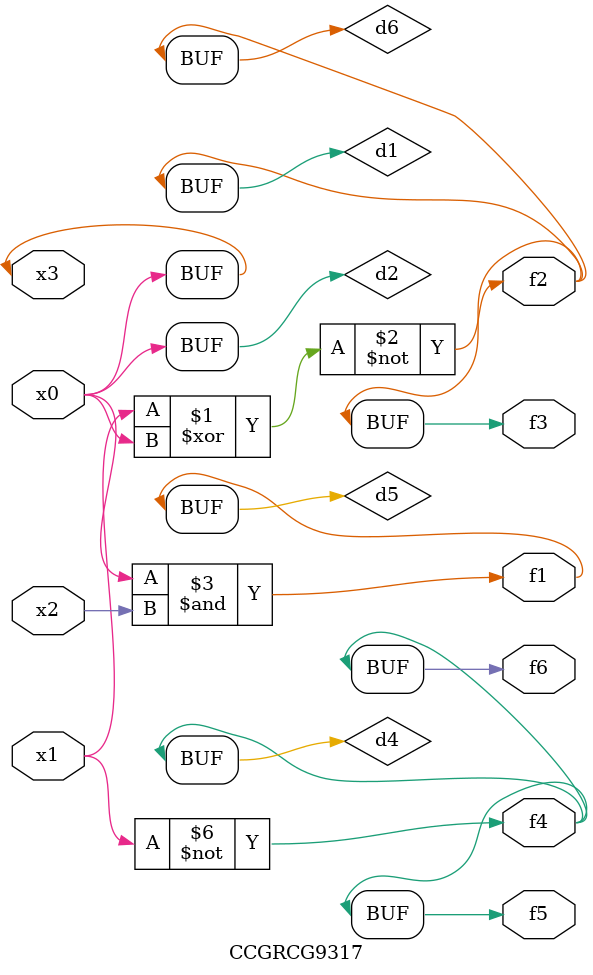
<source format=v>
module CCGRCG9317(
	input x0, x1, x2, x3,
	output f1, f2, f3, f4, f5, f6
);

	wire d1, d2, d3, d4, d5, d6;

	xnor (d1, x1, x3);
	buf (d2, x0, x3);
	nand (d3, x0, x2);
	not (d4, x1);
	nand (d5, d3);
	or (d6, d1);
	assign f1 = d5;
	assign f2 = d6;
	assign f3 = d6;
	assign f4 = d4;
	assign f5 = d4;
	assign f6 = d4;
endmodule

</source>
